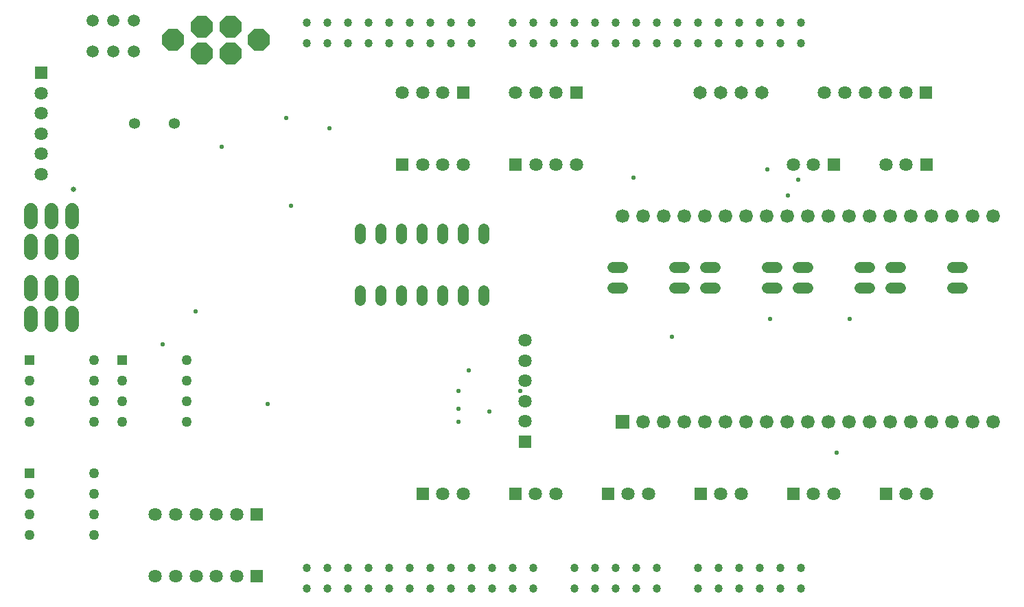
<source format=gbr>
G04 EAGLE Gerber RS-274X export*
G75*
%MOMM*%
%FSLAX34Y34*%
%LPD*%
%INSoldermask Bottom*%
%IPPOS*%
%AMOC8*
5,1,8,0,0,1.08239X$1,22.5*%
G01*
G04 Define Apertures*
%ADD10R,1.627000X1.627000*%
%ADD11C,1.627000*%
%ADD12C,1.027000*%
%ADD13P,2.88673X8X22.5*%
%ADD14C,1.651000*%
%ADD15C,1.346200*%
%ADD16R,1.257000X1.257000*%
%ADD17C,1.257000*%
%ADD18C,1.357000*%
%ADD19C,1.498600*%
%ADD20C,1.651000*%
%ADD21R,1.687000X1.687000*%
%ADD22C,1.687000*%
%ADD23C,0.584200*%
%ADD24C,0.652000*%
D10*
X406000Y177800D03*
D11*
X381000Y177800D03*
X356000Y177800D03*
D10*
X520300Y177800D03*
D11*
X495300Y177800D03*
X470300Y177800D03*
D10*
X13100Y-228600D03*
D11*
X38100Y-228600D03*
X63100Y-228600D03*
D10*
X-101200Y-228600D03*
D11*
X-76200Y-228600D03*
X-51200Y-228600D03*
D10*
X127400Y-228600D03*
D11*
X152400Y-228600D03*
X177400Y-228600D03*
D10*
X241700Y-228600D03*
D11*
X266700Y-228600D03*
X291700Y-228600D03*
D10*
X356000Y-228600D03*
D11*
X381000Y-228600D03*
X406000Y-228600D03*
D10*
X470300Y-228600D03*
D11*
X495300Y-228600D03*
X520300Y-228600D03*
D10*
X519700Y266700D03*
D11*
X494700Y266700D03*
X469700Y266700D03*
X444700Y266700D03*
X419700Y266700D03*
X394700Y266700D03*
D10*
X88300Y266700D03*
D11*
X63300Y266700D03*
X38300Y266700D03*
X13300Y266700D03*
D10*
X-51400Y266700D03*
D11*
X-76400Y266700D03*
X-101400Y266700D03*
X-126400Y266700D03*
D10*
X13300Y177800D03*
D11*
X38300Y177800D03*
X63300Y177800D03*
X88300Y177800D03*
D10*
X-126400Y177800D03*
D11*
X-101400Y177800D03*
X-76400Y177800D03*
X-51400Y177800D03*
D12*
X-243840Y-345440D03*
X-218440Y-345440D03*
X-193040Y-345440D03*
X-167640Y-345440D03*
X-142240Y-345440D03*
X-116840Y-345440D03*
X-91440Y-345440D03*
X-66040Y-345440D03*
X-40640Y-345440D03*
X-15240Y-345440D03*
X10160Y-345440D03*
X35560Y-345440D03*
X86360Y-345440D03*
X111760Y-345440D03*
X137160Y-345440D03*
X162560Y-345440D03*
X187960Y-345440D03*
X238760Y-345440D03*
X264160Y-345440D03*
X289560Y-345440D03*
X314960Y-345440D03*
X340360Y-345440D03*
X365760Y-345440D03*
X-243840Y-320040D03*
X-218440Y-320040D03*
X-193040Y-320040D03*
X-167640Y-320040D03*
X-142240Y-320040D03*
X-116840Y-320040D03*
X-91440Y-320040D03*
X-66040Y-320040D03*
X-40640Y-320040D03*
X-15240Y-320040D03*
X10160Y-320040D03*
X35560Y-320040D03*
X86360Y-320040D03*
X111760Y-320040D03*
X137160Y-320040D03*
X162560Y-320040D03*
X187960Y-320040D03*
X238760Y-320040D03*
X264160Y-320040D03*
X289560Y-320040D03*
X314960Y-320040D03*
X340360Y-320040D03*
X365760Y-320040D03*
X-243840Y327660D03*
X-218440Y327660D03*
X-193040Y327660D03*
X-167640Y327660D03*
X-142240Y327660D03*
X-116840Y327660D03*
X-91440Y327660D03*
X-66040Y327660D03*
X-40640Y327660D03*
X10160Y327660D03*
X35560Y327660D03*
X60960Y327660D03*
X86360Y327660D03*
X111760Y327660D03*
X137160Y327660D03*
X162560Y327660D03*
X187960Y327660D03*
X213360Y327660D03*
X238760Y327660D03*
X264160Y327660D03*
X289560Y327660D03*
X314960Y327660D03*
X340360Y327660D03*
X365760Y327660D03*
X-243840Y353060D03*
X-218440Y353060D03*
X-193040Y353060D03*
X-167640Y353060D03*
X-142240Y353060D03*
X-116840Y353060D03*
X-91440Y353060D03*
X-66040Y353060D03*
X-40640Y353060D03*
X10160Y353060D03*
X35560Y353060D03*
X60960Y353060D03*
X86360Y353060D03*
X111760Y353060D03*
X137160Y353060D03*
X162560Y353060D03*
X187960Y353060D03*
X213360Y353060D03*
X238760Y353060D03*
X264160Y353060D03*
X289560Y353060D03*
X314960Y353060D03*
X340360Y353060D03*
X365760Y353060D03*
D13*
X-408940Y331470D03*
X-373380Y347980D03*
X-337820Y347980D03*
X-303530Y331470D03*
X-337820Y314960D03*
X-373380Y314960D03*
D10*
X-305800Y-254000D03*
D11*
X-330800Y-254000D03*
X-355800Y-254000D03*
X-380800Y-254000D03*
X-405800Y-254000D03*
X-430800Y-254000D03*
D10*
X-305800Y-330200D03*
D11*
X-330800Y-330200D03*
X-355800Y-330200D03*
X-380800Y-330200D03*
X-405800Y-330200D03*
X-430800Y-330200D03*
D10*
X-571500Y291100D03*
D11*
X-571500Y266100D03*
X-571500Y241100D03*
X-571500Y216100D03*
X-571500Y191100D03*
X-571500Y166100D03*
D14*
X-584200Y121920D02*
X-584200Y106680D01*
X-558800Y106680D02*
X-558800Y121920D01*
X-533400Y121920D02*
X-533400Y106680D01*
X-584200Y83820D02*
X-584200Y68580D01*
X-558800Y68580D02*
X-558800Y83820D01*
X-533400Y83820D02*
X-533400Y68580D01*
X-584200Y33020D02*
X-584200Y17780D01*
X-558800Y17780D02*
X-558800Y33020D01*
X-533400Y33020D02*
X-533400Y17780D01*
X-584200Y-5080D02*
X-584200Y-20320D01*
X-558800Y-20320D02*
X-558800Y-5080D01*
X-533400Y-5080D02*
X-533400Y-20320D01*
D15*
X-177800Y9906D02*
X-177800Y22098D01*
X-152400Y22098D02*
X-152400Y9906D01*
X-25400Y9906D02*
X-25400Y22098D01*
X-25400Y86106D02*
X-25400Y98298D01*
X-127000Y22098D02*
X-127000Y9906D01*
X-101600Y9906D02*
X-101600Y22098D01*
X-50800Y22098D02*
X-50800Y9906D01*
X-76200Y9906D02*
X-76200Y22098D01*
X-50800Y86106D02*
X-50800Y98298D01*
X-76200Y98298D02*
X-76200Y86106D01*
X-101600Y86106D02*
X-101600Y98298D01*
X-127000Y98298D02*
X-127000Y86106D01*
X-152400Y86106D02*
X-152400Y98298D01*
X-177800Y98298D02*
X-177800Y86106D01*
D16*
X-585800Y-63500D03*
D17*
X-585800Y-88900D03*
X-585800Y-114300D03*
X-585800Y-139700D03*
X-506400Y-139700D03*
X-506400Y-114300D03*
X-506400Y-88900D03*
X-506400Y-63500D03*
D16*
X-471500Y-63500D03*
D17*
X-471500Y-88900D03*
X-471500Y-114300D03*
X-471500Y-139700D03*
X-392100Y-139700D03*
X-392100Y-114300D03*
X-392100Y-88900D03*
X-392100Y-63500D03*
D16*
X-585800Y-203200D03*
D17*
X-585800Y-228600D03*
X-585800Y-254000D03*
X-585800Y-279400D03*
X-506400Y-279400D03*
X-506400Y-254000D03*
X-506400Y-228600D03*
X-506400Y-203200D03*
D18*
X-456200Y228600D03*
X-407400Y228600D03*
D19*
X-508000Y355600D03*
X-482600Y355600D03*
X-457200Y355600D03*
X-508000Y317500D03*
X-482600Y317500D03*
X-457200Y317500D03*
D20*
X292100Y266700D03*
X266700Y266700D03*
X241300Y266700D03*
X317500Y266700D03*
D21*
X145300Y-139700D03*
D22*
X170700Y-139700D03*
X602500Y-139700D03*
X196100Y-139700D03*
X221500Y-139700D03*
X246900Y-139700D03*
X272300Y-139700D03*
X297700Y-139700D03*
X323100Y-139700D03*
X348500Y-139700D03*
X373900Y-139700D03*
X399300Y-139700D03*
X424700Y-139700D03*
X450100Y-139700D03*
X475500Y-139700D03*
X500900Y-139700D03*
X526300Y-139700D03*
X551700Y-139700D03*
X577100Y-139700D03*
X145300Y114300D03*
X170700Y114300D03*
X196100Y114300D03*
X221500Y114300D03*
X246900Y114300D03*
X272300Y114300D03*
X297700Y114300D03*
X323100Y114300D03*
X348500Y114300D03*
X373900Y114300D03*
X399300Y114300D03*
X424700Y114300D03*
X450100Y114300D03*
X475500Y114300D03*
X500900Y114300D03*
X526300Y114300D03*
X551700Y114300D03*
X577100Y114300D03*
X602500Y114300D03*
D10*
X25400Y-164100D03*
D11*
X25400Y-139100D03*
X25400Y-114100D03*
X25400Y-89100D03*
X25400Y-64100D03*
X25400Y-39100D03*
D15*
X247904Y50800D02*
X260096Y50800D01*
X260096Y25400D02*
X247904Y25400D01*
X324104Y25400D02*
X336296Y25400D01*
X336296Y50800D02*
X324104Y50800D01*
X145796Y50800D02*
X133604Y50800D01*
X133604Y25400D02*
X145796Y25400D01*
X209804Y25400D02*
X221996Y25400D01*
X221996Y50800D02*
X209804Y50800D01*
X476504Y50800D02*
X488696Y50800D01*
X488696Y25400D02*
X476504Y25400D01*
X552704Y25400D02*
X564896Y25400D01*
X564896Y50800D02*
X552704Y50800D01*
X374142Y50800D02*
X361950Y50800D01*
X361950Y25400D02*
X374142Y25400D01*
X438150Y25400D02*
X450342Y25400D01*
X450342Y50800D02*
X438150Y50800D01*
D23*
X158750Y161925D03*
X361950Y158750D03*
X349250Y139700D03*
X323850Y171450D03*
X-263525Y127000D03*
X327025Y-12700D03*
X206375Y-34925D03*
X425450Y-12700D03*
X-381000Y-3175D03*
X-422275Y-44450D03*
X-269875Y234950D03*
D24*
X-532130Y147320D03*
D23*
X-349250Y200025D03*
X-215900Y222250D03*
X-292100Y-117475D03*
X-19050Y-127000D03*
X-44450Y-76200D03*
X19050Y-101600D03*
X-57150Y-123825D03*
X409575Y-177800D03*
X-57150Y-139700D03*
X-57150Y-101600D03*
M02*

</source>
